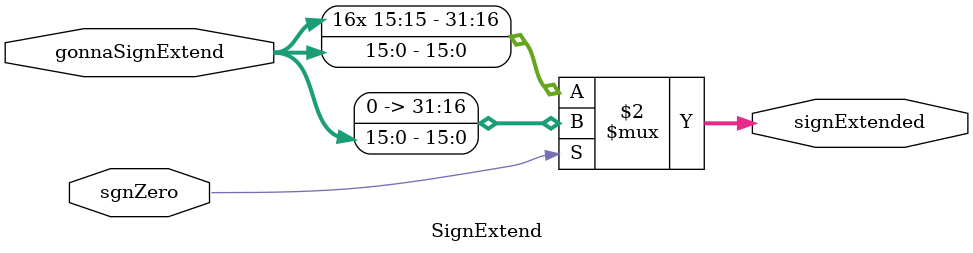
<source format=v>
`timescale 1ns / 1ps
module SignExtend(
input [15:0] gonnaSignExtend,
input sgnZero,
output [31:0] signExtended
    );

assign signExtended = (sgnZero == 1'b0 ) ? {gonnaSignExtend[15],
														  gonnaSignExtend[15],
														  gonnaSignExtend[15],
														  gonnaSignExtend[15],
														  gonnaSignExtend[15],
													      gonnaSignExtend[15],
														  gonnaSignExtend[15],
														  gonnaSignExtend[15],
														  gonnaSignExtend[15],
														  gonnaSignExtend[15],
														  gonnaSignExtend[15],
														  gonnaSignExtend[15],
														  gonnaSignExtend[15],
														  gonnaSignExtend[15],
														  gonnaSignExtend[15],
														  gonnaSignExtend[15],
														  gonnaSignExtend}
													  : {16'b0000_0000_0000_0000,gonnaSignExtend};  

endmodule

</source>
